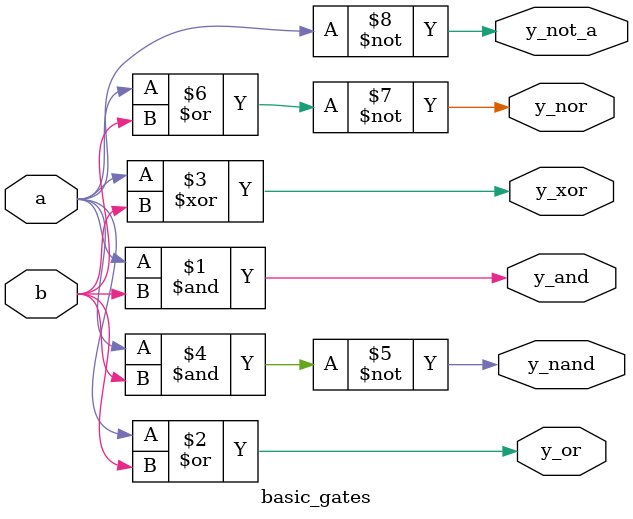
<source format=v>
module basic_gates(
    input  wire a,
    input  wire b,
    output wire y_and,
    output wire y_or,
    output wire y_xor,
    output wire y_nand,
    output wire y_nor,
    output wire y_not_a
);
    assign y_and   = a & b;
    assign y_or    = a | b;
    assign y_xor   = a ^ b;
    assign y_nand  = ~(a & b);
    assign y_nor   = ~(a | b);
    assign y_not_a = ~a;
endmodule


</source>
